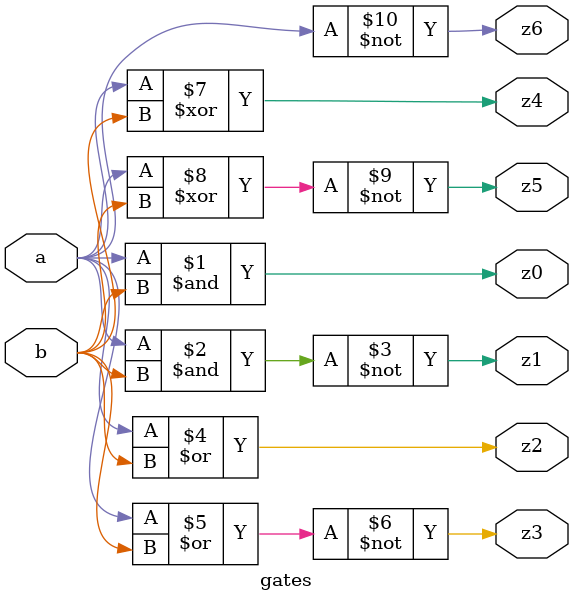
<source format=v>
`timescale 1ns / 1ps


module gates(
    input a, b,
    output z0, z1, z2, z3, z4, z5, z6
);

assign z0 = a & b; // AND
assign z1 = ~(a & b); // NAND
assign z2 = a | b; // OR
assign z3 = ~(a | b); // NOR
assign z4 = a ^ b; // XOR
assign z5 = ~(a ^ b); // XNOR
assign z6 = ~a;

endmodule 

</source>
